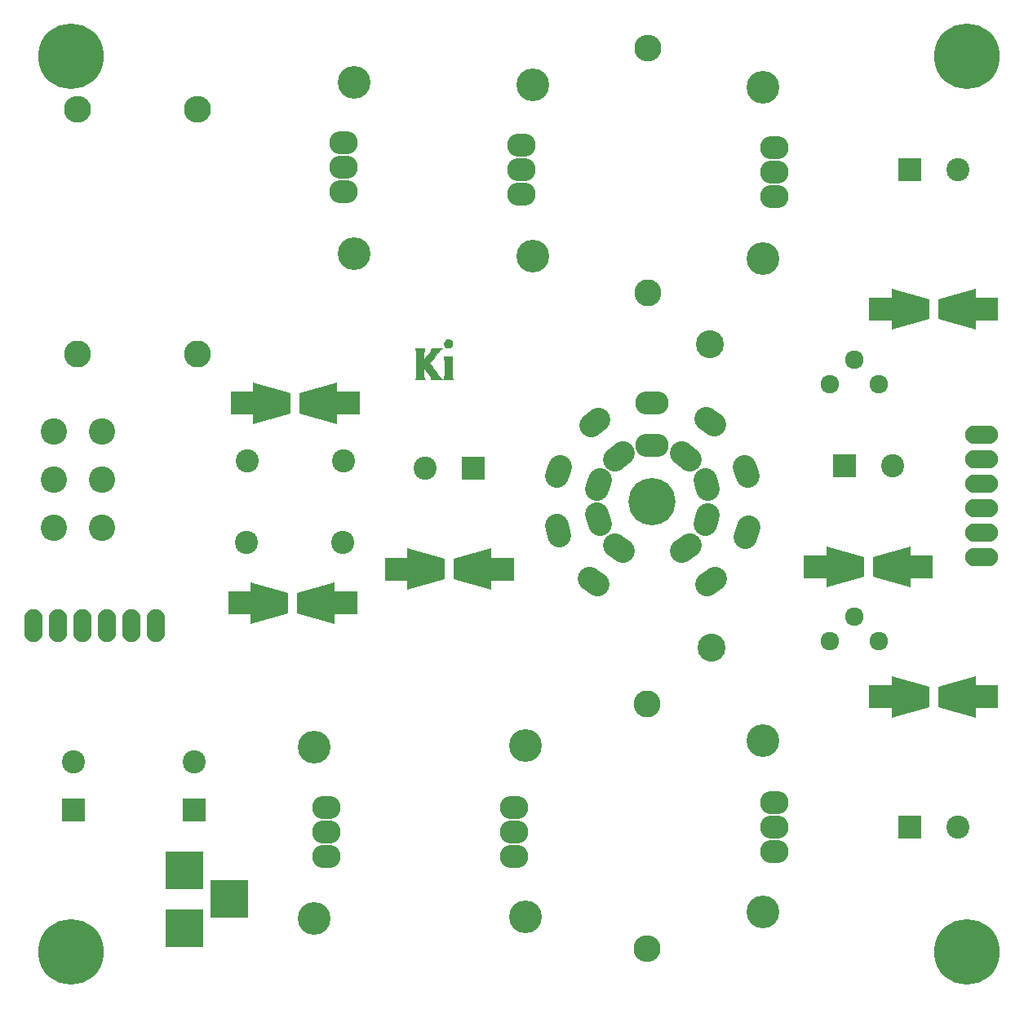
<source format=gbr>
G04 #@! TF.FileFunction,Soldermask,Top*
%FSLAX46Y46*%
G04 Gerber Fmt 4.6, Leading zero omitted, Abs format (unit mm)*
G04 Created by KiCad (PCBNEW 4.0.6) date 09/01/17 14:50:38*
%MOMM*%
%LPD*%
G01*
G04 APERTURE LIST*
%ADD10C,0.100000*%
%ADD11C,0.010000*%
%ADD12C,2.430000*%
%ADD13O,3.450000X2.430000*%
%ADD14C,4.900000*%
%ADD15O,1.910000X3.410000*%
%ADD16O,2.940000X2.432000*%
%ADD17O,3.410000X1.910000*%
%ADD18R,2.400000X2.400000*%
%ADD19C,2.400000*%
%ADD20C,1.924000*%
%ADD21R,3.900000X3.900000*%
%ADD22C,2.899360*%
%ADD23C,2.740000*%
%ADD24C,6.800000*%
%ADD25C,1.000000*%
%ADD26C,3.400000*%
%ADD27C,2.800000*%
%ADD28O,2.800000X2.800000*%
%ADD29R,2.398980X2.398980*%
G04 APERTURE END LIST*
D10*
D11*
G36*
X96943747Y-74320400D02*
X97489059Y-74320400D01*
X97290279Y-74521787D01*
X96960571Y-74884691D01*
X96746151Y-75158815D01*
X96667703Y-75262400D01*
X96573144Y-75382529D01*
X96473050Y-75506202D01*
X96377998Y-75620419D01*
X96298566Y-75712181D01*
X96273468Y-75739760D01*
X96192036Y-75827212D01*
X96261994Y-75918356D01*
X96397436Y-76107604D01*
X96484978Y-76247050D01*
X96539848Y-76329286D01*
X96601124Y-76408612D01*
X96606273Y-76414607D01*
X96675222Y-76497581D01*
X96755747Y-76600137D01*
X96838942Y-76710288D01*
X96915902Y-76816047D01*
X96977719Y-76905425D01*
X97013376Y-76962547D01*
X97048457Y-77015596D01*
X97106986Y-77094062D01*
X97178820Y-77185252D01*
X97253815Y-77276472D01*
X97321828Y-77355032D01*
X97358200Y-77394020D01*
X97382089Y-77420081D01*
X97424363Y-77467406D01*
X97432477Y-77476570D01*
X97494055Y-77546200D01*
X96367600Y-77546200D01*
X96367600Y-77467923D01*
X96350837Y-77391395D01*
X96303607Y-77286149D01*
X96230493Y-77160239D01*
X96136081Y-77021716D01*
X96048542Y-76907533D01*
X95977268Y-76815313D01*
X95911947Y-76724269D01*
X95864777Y-76651535D01*
X95858671Y-76640833D01*
X95818629Y-76574434D01*
X95783342Y-76526284D01*
X95774699Y-76517500D01*
X95740138Y-76478816D01*
X95699915Y-76422250D01*
X95662226Y-76374093D01*
X95631715Y-76352487D01*
X95630414Y-76352400D01*
X95621538Y-76377091D01*
X95614418Y-76448381D01*
X95609264Y-76562092D01*
X95606283Y-76714044D01*
X95605600Y-76848961D01*
X95606284Y-77028263D01*
X95608695Y-77164270D01*
X95613375Y-77264475D01*
X95620863Y-77336369D01*
X95631698Y-77387443D01*
X95646421Y-77425188D01*
X95647244Y-77426811D01*
X95682717Y-77486491D01*
X95714223Y-77524618D01*
X95717094Y-77526761D01*
X95701597Y-77532323D01*
X95642247Y-77537262D01*
X95545986Y-77541312D01*
X95419759Y-77544207D01*
X95270511Y-77545682D01*
X95218794Y-77545811D01*
X94692289Y-77546200D01*
X94721968Y-77476350D01*
X94750141Y-77417758D01*
X94772224Y-77382370D01*
X94776057Y-77353142D01*
X94779657Y-77277781D01*
X94782959Y-77160951D01*
X94785896Y-77007317D01*
X94788399Y-76821546D01*
X94790404Y-76608302D01*
X94791842Y-76372251D01*
X94792647Y-76118059D01*
X94792799Y-75946290D01*
X94792741Y-75642311D01*
X94792470Y-75384912D01*
X94791846Y-75169874D01*
X94790726Y-74992978D01*
X94788969Y-74850004D01*
X94786433Y-74736733D01*
X94782976Y-74648945D01*
X94778457Y-74582421D01*
X94772733Y-74532941D01*
X94765662Y-74496286D01*
X94757104Y-74468237D01*
X94746916Y-74444574D01*
X94741999Y-74434699D01*
X94711244Y-74372869D01*
X94693190Y-74333660D01*
X94691199Y-74327729D01*
X94715335Y-74325507D01*
X94782688Y-74323556D01*
X94885672Y-74321984D01*
X95016706Y-74320901D01*
X95168205Y-74320415D01*
X95201917Y-74320400D01*
X95375060Y-74320664D01*
X95503629Y-74321831D01*
X95593846Y-74324464D01*
X95651937Y-74329123D01*
X95684124Y-74336372D01*
X95696632Y-74346772D01*
X95695686Y-74360885D01*
X95694164Y-74364850D01*
X95660805Y-74453673D01*
X95636739Y-74542181D01*
X95620580Y-74641141D01*
X95610942Y-74761321D01*
X95606440Y-74913488D01*
X95605600Y-75053088D01*
X95605599Y-75472904D01*
X95681799Y-75399900D01*
X95729413Y-75349557D01*
X95755994Y-75312278D01*
X95758000Y-75305483D01*
X95773137Y-75279550D01*
X95812628Y-75226128D01*
X95867588Y-75156145D01*
X95929132Y-75080529D01*
X95988377Y-75010209D01*
X96036439Y-74956114D01*
X96063239Y-74930000D01*
X96085561Y-74902734D01*
X96123936Y-74846630D01*
X96151802Y-74803000D01*
X96210005Y-74715298D01*
X96272951Y-74628698D01*
X96295299Y-74600362D01*
X96340013Y-74533736D01*
X96365408Y-74472643D01*
X96367600Y-74456390D01*
X96368122Y-74412677D01*
X96373791Y-74379502D01*
X96390762Y-74355412D01*
X96425189Y-74338955D01*
X96483226Y-74328677D01*
X96571028Y-74323127D01*
X96694750Y-74320851D01*
X96860545Y-74320396D01*
X96943747Y-74320400D01*
X96943747Y-74320400D01*
G37*
X96943747Y-74320400D02*
X97489059Y-74320400D01*
X97290279Y-74521787D01*
X96960571Y-74884691D01*
X96746151Y-75158815D01*
X96667703Y-75262400D01*
X96573144Y-75382529D01*
X96473050Y-75506202D01*
X96377998Y-75620419D01*
X96298566Y-75712181D01*
X96273468Y-75739760D01*
X96192036Y-75827212D01*
X96261994Y-75918356D01*
X96397436Y-76107604D01*
X96484978Y-76247050D01*
X96539848Y-76329286D01*
X96601124Y-76408612D01*
X96606273Y-76414607D01*
X96675222Y-76497581D01*
X96755747Y-76600137D01*
X96838942Y-76710288D01*
X96915902Y-76816047D01*
X96977719Y-76905425D01*
X97013376Y-76962547D01*
X97048457Y-77015596D01*
X97106986Y-77094062D01*
X97178820Y-77185252D01*
X97253815Y-77276472D01*
X97321828Y-77355032D01*
X97358200Y-77394020D01*
X97382089Y-77420081D01*
X97424363Y-77467406D01*
X97432477Y-77476570D01*
X97494055Y-77546200D01*
X96367600Y-77546200D01*
X96367600Y-77467923D01*
X96350837Y-77391395D01*
X96303607Y-77286149D01*
X96230493Y-77160239D01*
X96136081Y-77021716D01*
X96048542Y-76907533D01*
X95977268Y-76815313D01*
X95911947Y-76724269D01*
X95864777Y-76651535D01*
X95858671Y-76640833D01*
X95818629Y-76574434D01*
X95783342Y-76526284D01*
X95774699Y-76517500D01*
X95740138Y-76478816D01*
X95699915Y-76422250D01*
X95662226Y-76374093D01*
X95631715Y-76352487D01*
X95630414Y-76352400D01*
X95621538Y-76377091D01*
X95614418Y-76448381D01*
X95609264Y-76562092D01*
X95606283Y-76714044D01*
X95605600Y-76848961D01*
X95606284Y-77028263D01*
X95608695Y-77164270D01*
X95613375Y-77264475D01*
X95620863Y-77336369D01*
X95631698Y-77387443D01*
X95646421Y-77425188D01*
X95647244Y-77426811D01*
X95682717Y-77486491D01*
X95714223Y-77524618D01*
X95717094Y-77526761D01*
X95701597Y-77532323D01*
X95642247Y-77537262D01*
X95545986Y-77541312D01*
X95419759Y-77544207D01*
X95270511Y-77545682D01*
X95218794Y-77545811D01*
X94692289Y-77546200D01*
X94721968Y-77476350D01*
X94750141Y-77417758D01*
X94772224Y-77382370D01*
X94776057Y-77353142D01*
X94779657Y-77277781D01*
X94782959Y-77160951D01*
X94785896Y-77007317D01*
X94788399Y-76821546D01*
X94790404Y-76608302D01*
X94791842Y-76372251D01*
X94792647Y-76118059D01*
X94792799Y-75946290D01*
X94792741Y-75642311D01*
X94792470Y-75384912D01*
X94791846Y-75169874D01*
X94790726Y-74992978D01*
X94788969Y-74850004D01*
X94786433Y-74736733D01*
X94782976Y-74648945D01*
X94778457Y-74582421D01*
X94772733Y-74532941D01*
X94765662Y-74496286D01*
X94757104Y-74468237D01*
X94746916Y-74444574D01*
X94741999Y-74434699D01*
X94711244Y-74372869D01*
X94693190Y-74333660D01*
X94691199Y-74327729D01*
X94715335Y-74325507D01*
X94782688Y-74323556D01*
X94885672Y-74321984D01*
X95016706Y-74320901D01*
X95168205Y-74320415D01*
X95201917Y-74320400D01*
X95375060Y-74320664D01*
X95503629Y-74321831D01*
X95593846Y-74324464D01*
X95651937Y-74329123D01*
X95684124Y-74336372D01*
X95696632Y-74346772D01*
X95695686Y-74360885D01*
X95694164Y-74364850D01*
X95660805Y-74453673D01*
X95636739Y-74542181D01*
X95620580Y-74641141D01*
X95610942Y-74761321D01*
X95606440Y-74913488D01*
X95605600Y-75053088D01*
X95605599Y-75472904D01*
X95681799Y-75399900D01*
X95729413Y-75349557D01*
X95755994Y-75312278D01*
X95758000Y-75305483D01*
X95773137Y-75279550D01*
X95812628Y-75226128D01*
X95867588Y-75156145D01*
X95929132Y-75080529D01*
X95988377Y-75010209D01*
X96036439Y-74956114D01*
X96063239Y-74930000D01*
X96085561Y-74902734D01*
X96123936Y-74846630D01*
X96151802Y-74803000D01*
X96210005Y-74715298D01*
X96272951Y-74628698D01*
X96295299Y-74600362D01*
X96340013Y-74533736D01*
X96365408Y-74472643D01*
X96367600Y-74456390D01*
X96368122Y-74412677D01*
X96373791Y-74379502D01*
X96390762Y-74355412D01*
X96425189Y-74338955D01*
X96483226Y-74328677D01*
X96571028Y-74323127D01*
X96694750Y-74320851D01*
X96860545Y-74320396D01*
X96943747Y-74320400D01*
G36*
X98526600Y-76284045D02*
X98526821Y-76555528D01*
X98527583Y-76780618D01*
X98529026Y-76963721D01*
X98531294Y-77109240D01*
X98534531Y-77221583D01*
X98538878Y-77305155D01*
X98544480Y-77364359D01*
X98551478Y-77403603D01*
X98560016Y-77427292D01*
X98563892Y-77433395D01*
X98590178Y-77470943D01*
X98600891Y-77499085D01*
X98590710Y-77519174D01*
X98554312Y-77532563D01*
X98486376Y-77540605D01*
X98381578Y-77544653D01*
X98234598Y-77546060D01*
X98120200Y-77546200D01*
X97969918Y-77545515D01*
X97838727Y-77543608D01*
X97734427Y-77540702D01*
X97664819Y-77537017D01*
X97637705Y-77532776D01*
X97637600Y-77532488D01*
X97648155Y-77503454D01*
X97674726Y-77446509D01*
X97688400Y-77419200D01*
X97701266Y-77391760D01*
X97711759Y-77361394D01*
X97720120Y-77322920D01*
X97726591Y-77271155D01*
X97731411Y-77200918D01*
X97734822Y-77107027D01*
X97737065Y-76984301D01*
X97738381Y-76827559D01*
X97739010Y-76631617D01*
X97739195Y-76391296D01*
X97739200Y-76326750D01*
X97738947Y-76069269D01*
X97738071Y-75857749D01*
X97736396Y-75687351D01*
X97733748Y-75553238D01*
X97729950Y-75450571D01*
X97724827Y-75374513D01*
X97718203Y-75320226D01*
X97709903Y-75282872D01*
X97700447Y-75258938D01*
X97661695Y-75184000D01*
X98526600Y-75184000D01*
X98526600Y-76284045D01*
X98526600Y-76284045D01*
G37*
X98526600Y-76284045D02*
X98526821Y-76555528D01*
X98527583Y-76780618D01*
X98529026Y-76963721D01*
X98531294Y-77109240D01*
X98534531Y-77221583D01*
X98538878Y-77305155D01*
X98544480Y-77364359D01*
X98551478Y-77403603D01*
X98560016Y-77427292D01*
X98563892Y-77433395D01*
X98590178Y-77470943D01*
X98600891Y-77499085D01*
X98590710Y-77519174D01*
X98554312Y-77532563D01*
X98486376Y-77540605D01*
X98381578Y-77544653D01*
X98234598Y-77546060D01*
X98120200Y-77546200D01*
X97969918Y-77545515D01*
X97838727Y-77543608D01*
X97734427Y-77540702D01*
X97664819Y-77537017D01*
X97637705Y-77532776D01*
X97637600Y-77532488D01*
X97648155Y-77503454D01*
X97674726Y-77446509D01*
X97688400Y-77419200D01*
X97701266Y-77391760D01*
X97711759Y-77361394D01*
X97720120Y-77322920D01*
X97726591Y-77271155D01*
X97731411Y-77200918D01*
X97734822Y-77107027D01*
X97737065Y-76984301D01*
X97738381Y-76827559D01*
X97739010Y-76631617D01*
X97739195Y-76391296D01*
X97739200Y-76326750D01*
X97738947Y-76069269D01*
X97738071Y-75857749D01*
X97736396Y-75687351D01*
X97733748Y-75553238D01*
X97729950Y-75450571D01*
X97724827Y-75374513D01*
X97718203Y-75320226D01*
X97709903Y-75282872D01*
X97700447Y-75258938D01*
X97661695Y-75184000D01*
X98526600Y-75184000D01*
X98526600Y-76284045D01*
G36*
X98285941Y-73417960D02*
X98403545Y-73484395D01*
X98497023Y-73587045D01*
X98540812Y-73673124D01*
X98571422Y-73811614D01*
X98562321Y-73949591D01*
X98514973Y-74071084D01*
X98502588Y-74089850D01*
X98412149Y-74177408D01*
X98293271Y-74237553D01*
X98160333Y-74267418D01*
X98027713Y-74264134D01*
X97909790Y-74224832D01*
X97889006Y-74212244D01*
X97806737Y-74133394D01*
X97738914Y-74024770D01*
X97696747Y-73907295D01*
X97688400Y-73837799D01*
X97707674Y-73728575D01*
X97758190Y-73614110D01*
X97828982Y-73515158D01*
X97884642Y-73466295D01*
X98016861Y-73405876D01*
X98153837Y-73390776D01*
X98285941Y-73417960D01*
X98285941Y-73417960D01*
G37*
X98285941Y-73417960D02*
X98403545Y-73484395D01*
X98497023Y-73587045D01*
X98540812Y-73673124D01*
X98571422Y-73811614D01*
X98562321Y-73949591D01*
X98514973Y-74071084D01*
X98502588Y-74089850D01*
X98412149Y-74177408D01*
X98293271Y-74237553D01*
X98160333Y-74267418D01*
X98027713Y-74264134D01*
X97909790Y-74224832D01*
X97889006Y-74212244D01*
X97806737Y-74133394D01*
X97738914Y-74024770D01*
X97696747Y-73907295D01*
X97688400Y-73837799D01*
X97707674Y-73728575D01*
X97758190Y-73614110D01*
X97828982Y-73515158D01*
X97884642Y-73466295D01*
X98016861Y-73405876D01*
X98153837Y-73390776D01*
X98285941Y-73417960D01*
D12*
X125804199Y-98180030D02*
X124979001Y-98779570D01*
X129232199Y-92863961D02*
X128917001Y-93834039D01*
X128866201Y-86564761D02*
X129181399Y-87534839D01*
X124852001Y-81619230D02*
X125677199Y-82218770D01*
D13*
X119295600Y-80014000D03*
D12*
X113713799Y-81644630D02*
X112888601Y-82244170D01*
X109724999Y-86564761D02*
X109409801Y-87534839D01*
X109333601Y-92711561D02*
X109648799Y-93681639D01*
X112787001Y-98180030D02*
X113612199Y-98779570D01*
D14*
X119300000Y-90250000D03*
D15*
X55118000Y-103124000D03*
X57658000Y-103124000D03*
X60198000Y-103124000D03*
X62738000Y-103124000D03*
X65278000Y-103124000D03*
X67818000Y-103124000D03*
D16*
X132000000Y-56000000D03*
X132000000Y-53460000D03*
X132000000Y-58540000D03*
X132000000Y-124000000D03*
X132000000Y-121460000D03*
X132000000Y-126540000D03*
X105750000Y-55750000D03*
X105750000Y-58290000D03*
X105750000Y-53210000D03*
X105000000Y-124500000D03*
X105000000Y-127040000D03*
X105000000Y-121960000D03*
X85500000Y-124540000D03*
X85500000Y-122000000D03*
X85500000Y-127080000D03*
X87250000Y-55500000D03*
X87250000Y-58040000D03*
X87250000Y-52960000D03*
D17*
X153500000Y-96000000D03*
X153500000Y-93460000D03*
X153500000Y-90920000D03*
X153500000Y-88380000D03*
X153500000Y-85840000D03*
X153500000Y-83300000D03*
D18*
X100750000Y-86750000D03*
D19*
X95750000Y-86750000D03*
D18*
X139250000Y-86500000D03*
D19*
X144250000Y-86500000D03*
D18*
X146000000Y-55750000D03*
D19*
X151000000Y-55750000D03*
D18*
X146000000Y-124000000D03*
D19*
X151000000Y-124000000D03*
D18*
X59250000Y-122250000D03*
D19*
X59250000Y-117250000D03*
D18*
X71750000Y-122250000D03*
D19*
X71750000Y-117250000D03*
D20*
X140290000Y-75460000D03*
X142830000Y-78000000D03*
X137750000Y-78000000D03*
X140290000Y-102210000D03*
X142830000Y-104750000D03*
X137750000Y-104750000D03*
D21*
X70750000Y-128500000D03*
X70750000Y-134500000D03*
X75450000Y-131500000D03*
D12*
X123162599Y-94700230D02*
X122337401Y-95299770D01*
X125057599Y-91584961D02*
X124742401Y-92555039D01*
X124742401Y-87934961D02*
X125057599Y-88905039D01*
X122337401Y-85190230D02*
X123162599Y-85789770D01*
D13*
X119300000Y-84350000D03*
D12*
X116252599Y-85190230D02*
X115427401Y-85789770D01*
X113847599Y-87934961D02*
X113532401Y-88905039D01*
X113532401Y-91544961D02*
X113847599Y-92515039D01*
X115427401Y-94700230D02*
X116252599Y-95299770D01*
D14*
X119300000Y-90250000D03*
D22*
X125300000Y-73900000D03*
X125500000Y-105400000D03*
D23*
X57230000Y-92964000D03*
X57230000Y-87964000D03*
X57230000Y-82964000D03*
X62230000Y-92964000D03*
X62230000Y-87964000D03*
X62230000Y-82964000D03*
D24*
X59000000Y-44000000D03*
D25*
X61400000Y-44000000D03*
X60697056Y-45697056D03*
X59000000Y-46400000D03*
X57302944Y-45697056D03*
X56600000Y-44000000D03*
X57302944Y-42302944D03*
X59000000Y-41600000D03*
X60697056Y-42302944D03*
D24*
X152000000Y-44000000D03*
D25*
X154400000Y-44000000D03*
X153697056Y-45697056D03*
X152000000Y-46400000D03*
X150302944Y-45697056D03*
X149600000Y-44000000D03*
X150302944Y-42302944D03*
X152000000Y-41600000D03*
X153697056Y-42302944D03*
D24*
X152000000Y-137000000D03*
D25*
X154400000Y-137000000D03*
X153697056Y-138697056D03*
X152000000Y-139400000D03*
X150302944Y-138697056D03*
X149600000Y-137000000D03*
X150302944Y-135302944D03*
X152000000Y-134600000D03*
X153697056Y-135302944D03*
D24*
X59000000Y-137000000D03*
D25*
X61400000Y-137000000D03*
X60697056Y-138697056D03*
X59000000Y-139400000D03*
X57302944Y-138697056D03*
X56600000Y-137000000D03*
X57302944Y-135302944D03*
X59000000Y-134600000D03*
X60697056Y-135302944D03*
D26*
X88392000Y-46716000D03*
X88392000Y-64516000D03*
X106934000Y-46970000D03*
X106934000Y-64770000D03*
X130810000Y-65024000D03*
X130810000Y-47224000D03*
X84250000Y-133500000D03*
X84250000Y-115700000D03*
X106172000Y-115550000D03*
X106172000Y-133350000D03*
X130810000Y-132842000D03*
X130810000Y-115042000D03*
D27*
X59690000Y-74930000D03*
D28*
X59690000Y-49530000D03*
D27*
X118872000Y-68580000D03*
D28*
X118872000Y-43180000D03*
D27*
X118750000Y-111250000D03*
D28*
X118750000Y-136650000D03*
D27*
X72136000Y-74930000D03*
D28*
X72136000Y-49530000D03*
D19*
X87200000Y-94500000D03*
X77200000Y-94500000D03*
X87250000Y-86000000D03*
X77250000Y-86000000D03*
D10*
G36*
X152863060Y-68100550D02*
X152863060Y-72399450D01*
X148962940Y-71299630D01*
X148962940Y-69200370D01*
X152863060Y-68100550D01*
X152863060Y-68100550D01*
G37*
G36*
X144136940Y-72399450D02*
X144136940Y-68100550D01*
X148037060Y-69200370D01*
X148037060Y-71299630D01*
X144136940Y-72399450D01*
X144136940Y-72399450D01*
G37*
D29*
X154001640Y-70250000D03*
X142998360Y-70250000D03*
D10*
G36*
X86613060Y-77850550D02*
X86613060Y-82149450D01*
X82712940Y-81049630D01*
X82712940Y-78950370D01*
X86613060Y-77850550D01*
X86613060Y-77850550D01*
G37*
G36*
X77886940Y-82149450D02*
X77886940Y-77850550D01*
X81787060Y-78950370D01*
X81787060Y-81049630D01*
X77886940Y-82149450D01*
X77886940Y-82149450D01*
G37*
D29*
X87751640Y-80000000D03*
X76748360Y-80000000D03*
D10*
G36*
X86363060Y-98600550D02*
X86363060Y-102899450D01*
X82462940Y-101799630D01*
X82462940Y-99700370D01*
X86363060Y-98600550D01*
X86363060Y-98600550D01*
G37*
G36*
X77636940Y-102899450D02*
X77636940Y-98600550D01*
X81537060Y-99700370D01*
X81537060Y-101799630D01*
X77636940Y-102899450D01*
X77636940Y-102899450D01*
G37*
D29*
X87501640Y-100750000D03*
X76498360Y-100750000D03*
D10*
G36*
X102613060Y-95100550D02*
X102613060Y-99399450D01*
X98712940Y-98299630D01*
X98712940Y-96200370D01*
X102613060Y-95100550D01*
X102613060Y-95100550D01*
G37*
G36*
X93886940Y-99399450D02*
X93886940Y-95100550D01*
X97787060Y-96200370D01*
X97787060Y-98299630D01*
X93886940Y-99399450D01*
X93886940Y-99399450D01*
G37*
D29*
X103751640Y-97250000D03*
X92748360Y-97250000D03*
D10*
G36*
X137386940Y-99149450D02*
X137386940Y-94850550D01*
X141287060Y-95950370D01*
X141287060Y-98049630D01*
X137386940Y-99149450D01*
X137386940Y-99149450D01*
G37*
G36*
X146113060Y-94850550D02*
X146113060Y-99149450D01*
X142212940Y-98049630D01*
X142212940Y-95950370D01*
X146113060Y-94850550D01*
X146113060Y-94850550D01*
G37*
D29*
X136248360Y-97000000D03*
X147251640Y-97000000D03*
D10*
G36*
X152863060Y-108350550D02*
X152863060Y-112649450D01*
X148962940Y-111549630D01*
X148962940Y-109450370D01*
X152863060Y-108350550D01*
X152863060Y-108350550D01*
G37*
G36*
X144136940Y-112649450D02*
X144136940Y-108350550D01*
X148037060Y-109450370D01*
X148037060Y-111549630D01*
X144136940Y-112649450D01*
X144136940Y-112649450D01*
G37*
D29*
X154001640Y-110500000D03*
X142998360Y-110500000D03*
M02*

</source>
